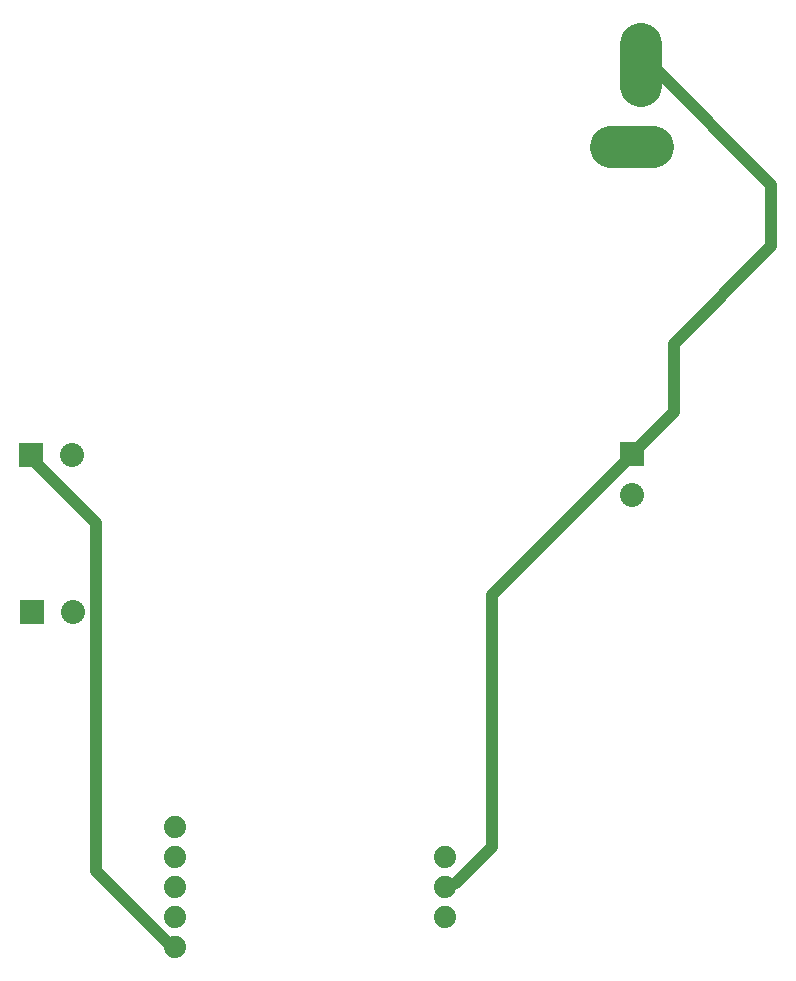
<source format=gbr>
G04 EAGLE Gerber RS-274X export*
G75*
%MOMM*%
%FSLAX34Y34*%
%LPD*%
%INBottom Copper*%
%IPPOS*%
%AMOC8*
5,1,8,0,0,1.08239X$1,22.5*%
G01*
%ADD10C,1.879600*%
%ADD11R,2.032000X2.032000*%
%ADD12C,2.032000*%
%ADD13C,3.556000*%
%ADD14C,1.016000*%


D10*
X301000Y494500D03*
X301000Y469100D03*
X301000Y443700D03*
X301000Y418300D03*
X301000Y392900D03*
X529600Y418300D03*
X529600Y443700D03*
X529600Y469100D03*
D11*
X688000Y810000D03*
D12*
X688000Y775000D03*
D13*
X705552Y1070000D02*
X669992Y1070000D01*
X695138Y1121435D02*
X695138Y1156995D01*
D11*
X180000Y676230D03*
D12*
X215000Y676230D03*
D11*
X179000Y809000D03*
D12*
X214000Y809000D03*
D14*
X568960Y690880D02*
X680720Y802640D01*
X568960Y690880D02*
X568960Y477520D01*
X538480Y447040D01*
X680720Y802640D02*
X688000Y810000D01*
X538480Y447040D02*
X529600Y443700D01*
X723078Y845078D02*
X723078Y903418D01*
X723078Y845078D02*
X688000Y810000D01*
X695138Y1139215D02*
X704571Y1139215D01*
X805942Y1037844D01*
X805942Y986282D01*
X723078Y903418D01*
X233680Y457200D02*
X294640Y396240D01*
X233680Y457200D02*
X233680Y751840D01*
X182880Y802640D01*
X294640Y396240D02*
X301000Y392900D01*
X182880Y802640D02*
X179000Y809000D01*
M02*

</source>
